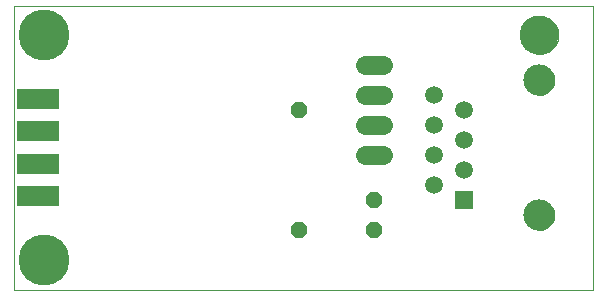
<source format=gbs>
G75*
G70*
%OFA0B0*%
%FSLAX24Y24*%
%IPPOS*%
%LPD*%
%AMOC8*
5,1,8,0,0,1.08239X$1,22.5*
%
%ADD10C,0.0000*%
%ADD11C,0.1300*%
%ADD12OC8,0.0560*%
%ADD13C,0.0594*%
%ADD14C,0.1040*%
%ADD15R,0.0594X0.0594*%
%ADD16R,0.1418X0.0709*%
%ADD17C,0.0640*%
%ADD18C,0.1700*%
D10*
X004777Y002056D02*
X004777Y011505D01*
X024069Y011505D01*
X024069Y002056D01*
X004777Y002056D01*
X021777Y004556D02*
X021779Y004600D01*
X021785Y004644D01*
X021795Y004687D01*
X021808Y004729D01*
X021825Y004770D01*
X021846Y004809D01*
X021870Y004846D01*
X021897Y004881D01*
X021927Y004913D01*
X021960Y004943D01*
X021996Y004969D01*
X022033Y004993D01*
X022073Y005012D01*
X022114Y005029D01*
X022157Y005041D01*
X022200Y005050D01*
X022244Y005055D01*
X022288Y005056D01*
X022332Y005053D01*
X022376Y005046D01*
X022419Y005035D01*
X022461Y005021D01*
X022501Y005003D01*
X022540Y004981D01*
X022576Y004957D01*
X022610Y004929D01*
X022642Y004898D01*
X022671Y004864D01*
X022697Y004828D01*
X022719Y004790D01*
X022738Y004750D01*
X022753Y004708D01*
X022765Y004666D01*
X022773Y004622D01*
X022777Y004578D01*
X022777Y004534D01*
X022773Y004490D01*
X022765Y004446D01*
X022753Y004404D01*
X022738Y004362D01*
X022719Y004322D01*
X022697Y004284D01*
X022671Y004248D01*
X022642Y004214D01*
X022610Y004183D01*
X022576Y004155D01*
X022540Y004131D01*
X022501Y004109D01*
X022461Y004091D01*
X022419Y004077D01*
X022376Y004066D01*
X022332Y004059D01*
X022288Y004056D01*
X022244Y004057D01*
X022200Y004062D01*
X022157Y004071D01*
X022114Y004083D01*
X022073Y004100D01*
X022033Y004119D01*
X021996Y004143D01*
X021960Y004169D01*
X021927Y004199D01*
X021897Y004231D01*
X021870Y004266D01*
X021846Y004303D01*
X021825Y004342D01*
X021808Y004383D01*
X021795Y004425D01*
X021785Y004468D01*
X021779Y004512D01*
X021777Y004556D01*
X021777Y009056D02*
X021779Y009100D01*
X021785Y009144D01*
X021795Y009187D01*
X021808Y009229D01*
X021825Y009270D01*
X021846Y009309D01*
X021870Y009346D01*
X021897Y009381D01*
X021927Y009413D01*
X021960Y009443D01*
X021996Y009469D01*
X022033Y009493D01*
X022073Y009512D01*
X022114Y009529D01*
X022157Y009541D01*
X022200Y009550D01*
X022244Y009555D01*
X022288Y009556D01*
X022332Y009553D01*
X022376Y009546D01*
X022419Y009535D01*
X022461Y009521D01*
X022501Y009503D01*
X022540Y009481D01*
X022576Y009457D01*
X022610Y009429D01*
X022642Y009398D01*
X022671Y009364D01*
X022697Y009328D01*
X022719Y009290D01*
X022738Y009250D01*
X022753Y009208D01*
X022765Y009166D01*
X022773Y009122D01*
X022777Y009078D01*
X022777Y009034D01*
X022773Y008990D01*
X022765Y008946D01*
X022753Y008904D01*
X022738Y008862D01*
X022719Y008822D01*
X022697Y008784D01*
X022671Y008748D01*
X022642Y008714D01*
X022610Y008683D01*
X022576Y008655D01*
X022540Y008631D01*
X022501Y008609D01*
X022461Y008591D01*
X022419Y008577D01*
X022376Y008566D01*
X022332Y008559D01*
X022288Y008556D01*
X022244Y008557D01*
X022200Y008562D01*
X022157Y008571D01*
X022114Y008583D01*
X022073Y008600D01*
X022033Y008619D01*
X021996Y008643D01*
X021960Y008669D01*
X021927Y008699D01*
X021897Y008731D01*
X021870Y008766D01*
X021846Y008803D01*
X021825Y008842D01*
X021808Y008883D01*
X021795Y008925D01*
X021785Y008968D01*
X021779Y009012D01*
X021777Y009056D01*
X021647Y010556D02*
X021649Y010606D01*
X021655Y010656D01*
X021665Y010705D01*
X021679Y010753D01*
X021696Y010800D01*
X021717Y010845D01*
X021742Y010889D01*
X021770Y010930D01*
X021802Y010969D01*
X021836Y011006D01*
X021873Y011040D01*
X021913Y011070D01*
X021955Y011097D01*
X021999Y011121D01*
X022045Y011142D01*
X022092Y011158D01*
X022140Y011171D01*
X022190Y011180D01*
X022239Y011185D01*
X022290Y011186D01*
X022340Y011183D01*
X022389Y011176D01*
X022438Y011165D01*
X022486Y011150D01*
X022532Y011132D01*
X022577Y011110D01*
X022620Y011084D01*
X022661Y011055D01*
X022700Y011023D01*
X022736Y010988D01*
X022768Y010950D01*
X022798Y010910D01*
X022825Y010867D01*
X022848Y010823D01*
X022867Y010777D01*
X022883Y010729D01*
X022895Y010680D01*
X022903Y010631D01*
X022907Y010581D01*
X022907Y010531D01*
X022903Y010481D01*
X022895Y010432D01*
X022883Y010383D01*
X022867Y010335D01*
X022848Y010289D01*
X022825Y010245D01*
X022798Y010202D01*
X022768Y010162D01*
X022736Y010124D01*
X022700Y010089D01*
X022661Y010057D01*
X022620Y010028D01*
X022577Y010002D01*
X022532Y009980D01*
X022486Y009962D01*
X022438Y009947D01*
X022389Y009936D01*
X022340Y009929D01*
X022290Y009926D01*
X022239Y009927D01*
X022190Y009932D01*
X022140Y009941D01*
X022092Y009954D01*
X022045Y009970D01*
X021999Y009991D01*
X021955Y010015D01*
X021913Y010042D01*
X021873Y010072D01*
X021836Y010106D01*
X021802Y010143D01*
X021770Y010182D01*
X021742Y010223D01*
X021717Y010267D01*
X021696Y010312D01*
X021679Y010359D01*
X021665Y010407D01*
X021655Y010456D01*
X021649Y010506D01*
X021647Y010556D01*
D11*
X022277Y010556D03*
D12*
X014277Y008056D03*
X016777Y005056D03*
X016777Y004056D03*
X014277Y004056D03*
D13*
X018777Y005556D03*
X019777Y006056D03*
X018777Y006556D03*
X019777Y007056D03*
X018777Y007556D03*
X019777Y008056D03*
X018777Y008556D03*
D14*
X022277Y009056D03*
X022277Y004556D03*
D15*
X019777Y005056D03*
D16*
X005567Y005186D03*
X005567Y006266D03*
X005567Y007346D03*
X005567Y008426D03*
D17*
X016477Y008556D02*
X017077Y008556D01*
X017077Y007556D02*
X016477Y007556D01*
X016477Y006556D02*
X017077Y006556D01*
X017077Y009556D02*
X016477Y009556D01*
D18*
X005777Y010556D03*
X005777Y003056D03*
M02*

</source>
